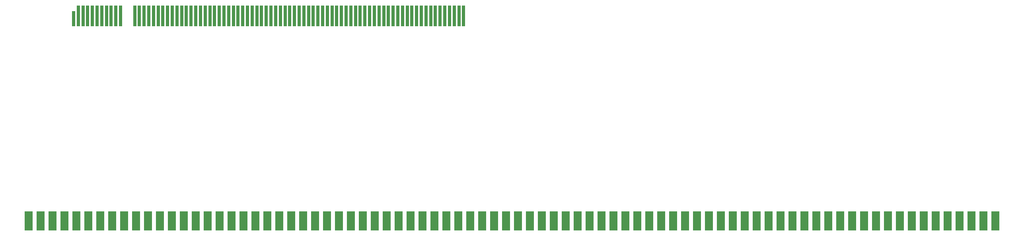
<source format=gts>
%TF.GenerationSoftware,KiCad,Pcbnew,5.1.6*%
%TF.CreationDate,2020-09-02T12:15:33+02:00*%
%TF.ProjectId,host_adapter,686f7374-5f61-4646-9170-7465722e6b69,rev?*%
%TF.SameCoordinates,Original*%
%TF.FileFunction,Soldermask,Top*%
%TF.FilePolarity,Negative*%
%FSLAX46Y46*%
G04 Gerber Fmt 4.6, Leading zero omitted, Abs format (unit mm)*
G04 Created by KiCad (PCBNEW 5.1.6) date 2020-09-02 12:15:33*
%MOMM*%
%LPD*%
G01*
G04 APERTURE LIST*
%ADD10R,0.800000X4.400000*%
%ADD11R,0.800000X3.300000*%
%ADD12R,1.800000X4.100000*%
G04 APERTURE END LIST*
D10*
%TO.C,J4*%
X118790000Y-70050000D03*
X117790000Y-70050000D03*
X116790000Y-70050000D03*
X115790000Y-70050000D03*
X114790000Y-70050000D03*
X113790000Y-70050000D03*
X112790000Y-70050000D03*
X111790000Y-70050000D03*
X110790000Y-70050000D03*
X109790000Y-70050000D03*
X108790000Y-70050000D03*
X107790000Y-70050000D03*
X106790000Y-70050000D03*
X105790000Y-70050000D03*
X104790000Y-70050000D03*
X103790000Y-70050000D03*
X102790000Y-70050000D03*
X101790000Y-70050000D03*
X100790000Y-70050000D03*
X99790000Y-70050000D03*
X98790000Y-70050000D03*
X97790000Y-70050000D03*
X96790000Y-70050000D03*
X95790000Y-70050000D03*
X94790000Y-70050000D03*
X93790000Y-70050000D03*
X92790000Y-70050000D03*
X91790000Y-70050000D03*
X90790000Y-70050000D03*
X89790000Y-70050000D03*
X88790000Y-70050000D03*
X87790000Y-70050000D03*
X86790000Y-70050000D03*
X85790000Y-70050000D03*
X84790000Y-70050000D03*
X83790000Y-70050000D03*
X82790000Y-70050000D03*
X81790000Y-70050000D03*
X80790000Y-70050000D03*
X79790000Y-70050000D03*
X78790000Y-70050000D03*
X49790000Y-70050000D03*
X48790000Y-70050000D03*
X54790000Y-70050000D03*
X53790000Y-70050000D03*
X52790000Y-70050000D03*
X51790000Y-70050000D03*
X50790000Y-70050000D03*
X45790000Y-70050000D03*
X44790000Y-70050000D03*
X43790000Y-70050000D03*
X42790000Y-70050000D03*
X41790000Y-70050000D03*
X40790000Y-70050000D03*
X39790000Y-70050000D03*
X38790000Y-70050000D03*
X37790000Y-70050000D03*
X36790000Y-70050000D03*
D11*
X35790000Y-70600000D03*
D10*
X55790000Y-70050000D03*
X56790000Y-70050000D03*
X57790000Y-70050000D03*
X58790000Y-70050000D03*
X59790000Y-70050000D03*
X60790000Y-70050000D03*
X61790000Y-70050000D03*
X62790000Y-70050000D03*
X63790000Y-70050000D03*
X64790000Y-70050000D03*
X65790000Y-70050000D03*
X66790000Y-70050000D03*
X67790000Y-70050000D03*
X68790000Y-70050000D03*
X69790000Y-70050000D03*
X70790000Y-70050000D03*
X71790000Y-70050000D03*
X72790000Y-70050000D03*
X73790000Y-70050000D03*
X74790000Y-70050000D03*
X75790000Y-70050000D03*
X76790000Y-70050000D03*
X77790000Y-70050000D03*
%TD*%
D12*
%TO.C,J3*%
X231955000Y-113680000D03*
X229415000Y-113680000D03*
%TD*%
%TO.C,J1*%
X125275000Y-113680000D03*
X122735000Y-113680000D03*
X120195000Y-113680000D03*
X117655000Y-113680000D03*
X115115000Y-113680000D03*
X112575000Y-113680000D03*
X110035000Y-113680000D03*
X107495000Y-113680000D03*
X104955000Y-113680000D03*
X102415000Y-113680000D03*
X99875000Y-113680000D03*
X97335000Y-113680000D03*
X94795000Y-113680000D03*
X92255000Y-113680000D03*
X89715000Y-113680000D03*
X87175000Y-113680000D03*
X84635000Y-113680000D03*
X82095000Y-113680000D03*
X79555000Y-113680000D03*
X77015000Y-113680000D03*
X74475000Y-113680000D03*
X71935000Y-113680000D03*
X69395000Y-113680000D03*
X66855000Y-113680000D03*
X64315000Y-113680000D03*
X61775000Y-113680000D03*
X59235000Y-113680000D03*
X56695000Y-113680000D03*
X54155000Y-113680000D03*
X51615000Y-113680000D03*
X49075000Y-113680000D03*
X46535000Y-113680000D03*
X43995000Y-113680000D03*
X41455000Y-113680000D03*
X38915000Y-113680000D03*
X36375000Y-113680000D03*
X33835000Y-113680000D03*
X31295000Y-113680000D03*
X28755000Y-113680000D03*
X26215000Y-113680000D03*
%TD*%
%TO.C,J2*%
X226875000Y-113680000D03*
X224335000Y-113680000D03*
X221795000Y-113680000D03*
X219255000Y-113680000D03*
X216715000Y-113680000D03*
X214175000Y-113680000D03*
X211635000Y-113680000D03*
X209095000Y-113680000D03*
X206555000Y-113680000D03*
X204015000Y-113680000D03*
X201475000Y-113680000D03*
X198935000Y-113680000D03*
X196395000Y-113680000D03*
X193855000Y-113680000D03*
X191315000Y-113680000D03*
X188775000Y-113680000D03*
X186235000Y-113680000D03*
X183695000Y-113680000D03*
X181155000Y-113680000D03*
X178615000Y-113680000D03*
X176075000Y-113680000D03*
X173535000Y-113680000D03*
X170995000Y-113680000D03*
X168455000Y-113680000D03*
X165915000Y-113680000D03*
X163375000Y-113680000D03*
X160835000Y-113680000D03*
X158295000Y-113680000D03*
X155755000Y-113680000D03*
X153215000Y-113680000D03*
X150675000Y-113680000D03*
X148135000Y-113680000D03*
X145595000Y-113680000D03*
X143055000Y-113680000D03*
X140515000Y-113680000D03*
X137975000Y-113680000D03*
X135435000Y-113680000D03*
X132895000Y-113680000D03*
X130355000Y-113680000D03*
X127815000Y-113680000D03*
%TD*%
M02*

</source>
